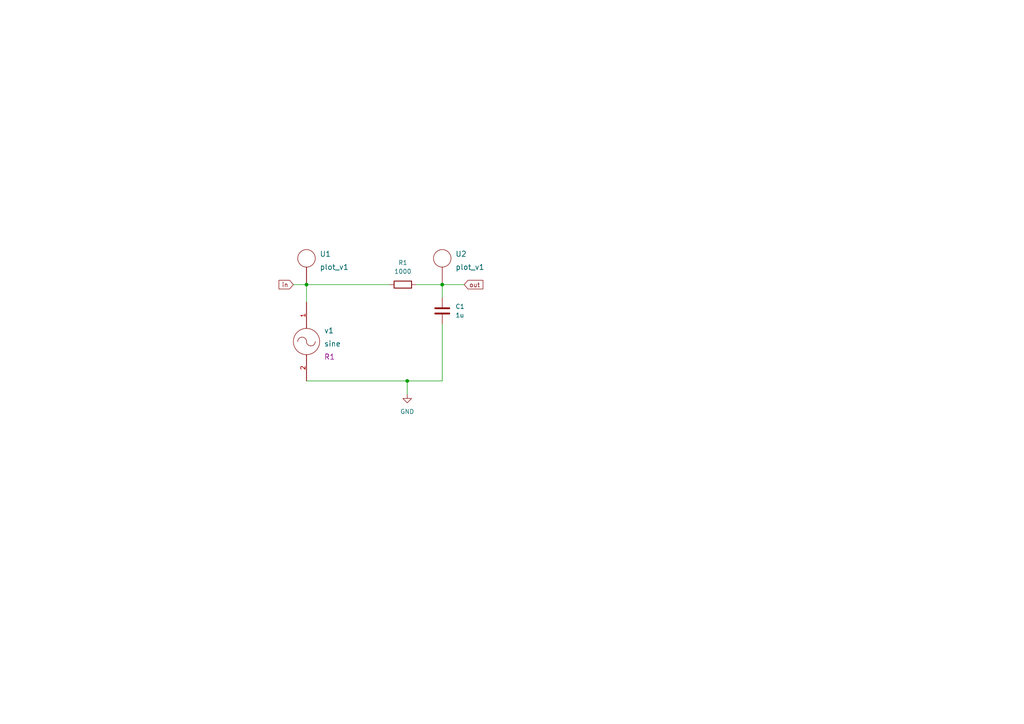
<source format=kicad_sch>
(kicad_sch (version 20211123) (generator eeschema)
  (paper "A4")
  (lib_symbols
    (symbol "eSim_Devices:capacitor" (pin_numbers hide) (pin_names (offset 0.254))
      (property "Reference" "C" (at 0.635 2.54 0))
      (property "Value" "capacitor" (at 0.635 -2.54 0))
      (symbol "capacitor_0_1"
        (polyline (pts (xy -2.032 -0.762) (xy 2.032 -0.762)) (stroke (width 0.508)))
        (polyline (pts (xy -2.032 0.762) (xy 2.032 0.762)) (stroke (width 0.508)))
      )
      (symbol "capacitor_1_1"
        (pin passive line (at 0 3.81 270) (length 2.794) (name "~") (number "1"))
        (pin passive line (at 0 -3.81 90) (length 2.794) (name "~") (number "2"))
      )
    )
    (symbol "eSim_Devices:resistor" (pin_numbers hide) (pin_names (offset 0))
      (property "Reference" "R" (at 1.27 3.302 0))
      (property "Value" "resistor" (at 1.27 -1.27 0))
      (symbol "resistor_0_1"
        (rectangle (start 3.81 0.254) (end -1.27 2.286) (stroke (width 0.254)))
      )
      (symbol "resistor_1_1"
        (pin passive line (at -2.54 1.27 0) (length 1.27) (name "~") (number "1"))
        (pin passive line (at 5.08 1.27 180) (length 1.27) (name "~") (number "2"))
      )
    )
    (symbol "eSim_Plot:plot_v1" (pin_names (offset 1.016))
      (property "Reference" "U" (at 0 12.7 0))
      (property "Value" "plot_v1" (at 5.08 8.89 0))
      (symbol "plot_v1_0_1"
        (circle (center 0 12.7) (radius 2.54))
      )
      (symbol "plot_v1_1_1"
        (pin input line (at 0 5.08 90) (length 5.08) (name "~") (number "~"))
      )
    )
    (symbol "eSim_Power:eSim_GND" (power) (pin_names (offset 0))
      (property "Value" "eSim_GND" (at 0 -3.81 0))
      (symbol "eSim_GND_0_1"
        (polyline (pts (xy 0 0) (xy 0 -1.27) (xy 1.27 -1.27) (xy 0 -2.54) (xy -1.27 -1.27) (xy 0 -1.27)))
      )
      (symbol "eSim_GND_1_1"
        (pin power_in line (at 0 0 270) (length 0) hide (name "GND") (number "1"))
      )
    )
    (symbol "eSim_Sources:sine" (pin_names (offset 1.016))
      (property "Reference" "v" (at -5.08 2.54 0))
      (property "Value" "sine" (at -5.08 -1.27 0))
      (property "Footprint" "R1" (at -7.62 0 0))
      (symbol "sine_0_1"
        (arc (start 0 0) (mid -1.27 1.27) (end -2.54 0))
        (arc (start 0 0) (mid 1.27 -1.27) (end 2.54 0))
        (circle (center 0 0) (radius 3.81))
      )
      (symbol "sine_1_1"
        (pin input line (at 0 11.43 270) (length 7.62) (name "+") (number "1"))
        (pin input line (at 0 -11.43 90) (length 7.62) (name "-") (number "2"))
      )
    )
  )
  (junction (at 118.11 110.49))
  (junction (at 128.27 82.55))
  (junction (at 88.9 82.55))
  (wire (pts (xy 120.65 82.55) (xy 128.27 82.55)))
  (wire (pts (xy 128.27 93.98) (xy 128.27 110.49)))
  (wire (pts (xy 88.9 110.49) (xy 118.11 110.49)))
  (wire (pts (xy 85.09 82.55) (xy 88.9 82.55)))
  (wire (pts (xy 128.27 82.55) (xy 128.27 86.36)))
  (wire (pts (xy 88.9 82.55) (xy 113.03 82.55)))
  (wire (pts (xy 118.11 110.49) (xy 118.11 114.3)))
  (wire (pts (xy 128.27 82.55) (xy 134.62 82.55)))
  (wire (pts (xy 118.11 110.49) (xy 128.27 110.49)))
  (wire (pts (xy 88.9 87.63) (xy 88.9 82.55)))
  (global_label "in" (shape input) (at 85.09 82.55 180) (property "Intersheet References" "${INTERSHEET_REFS}" (effects hide)))
  (global_label "out" (shape input) (at 134.62 82.55 0) (property "Intersheet References" "${INTERSHEET_REFS}" (effects hide)))
  (symbol (lib_id "eSim_Plot:plot_v1") (at 88.9 87.63 0) (unit 1)
    (property "Reference" "U1" (at 92.71 73.66 0) (effects (font (size 1.524 1.524)) (justify left)))
    (property "Value" "plot_v1" (at 92.71 77.47 0) (effects (font (size 1.524 1.524)) (justify left)))
  )
  (symbol (lib_id "eSim_Power:eSim_GND") (at 118.11 114.3 0) (unit 1)
    (property "Reference" "#PWR01" (effects hide))
    (property "Value" "eSim_GND" (at 118.11 119.38 0))
  )
  (symbol (lib_id "eSim_Plot:plot_v1") (at 128.27 87.63 0) (unit 1)
    (property "Reference" "U2" (at 132.08 73.66 0) (effects (font (size 1.524 1.524)) (justify left)))
    (property "Value" "plot_v1" (at 132.08 77.47 0) (effects (font (size 1.524 1.524)) (justify left)))
  )
  (symbol (lib_id "eSim_Devices:capacitor") (at 128.27 90.17 0) (unit 1)
    (property "Reference" "C1" (at 132.08 88.8999 0) (effects (justify left)))
    (property "Value" "1u" (at 132.08 91.4399 0) (effects (justify left)))
  )
  (symbol (lib_id "eSim_Sources:sine") (at 88.9 99.06 0) (unit 1)
    (property "Reference" "v1" (at 93.98 95.885 0) (effects (font (size 1.524 1.524)) (justify left)))
    (property "Value" "sine" (at 93.98 99.695 0) (effects (font (size 1.524 1.524)) (justify left)))
    (property "Footprint" "R1" (at 93.98 103.505 0) (effects (font (size 1.524 1.524)) (justify left)))
  )
  (symbol (lib_id "eSim_Devices:resistor") (at 115.57 83.82 0) (unit 1)
    (property "Reference" "R1" (at 116.84 76.2 0))
    (property "Value" "1000" (at 116.84 78.74 0))
  )
)
</source>
